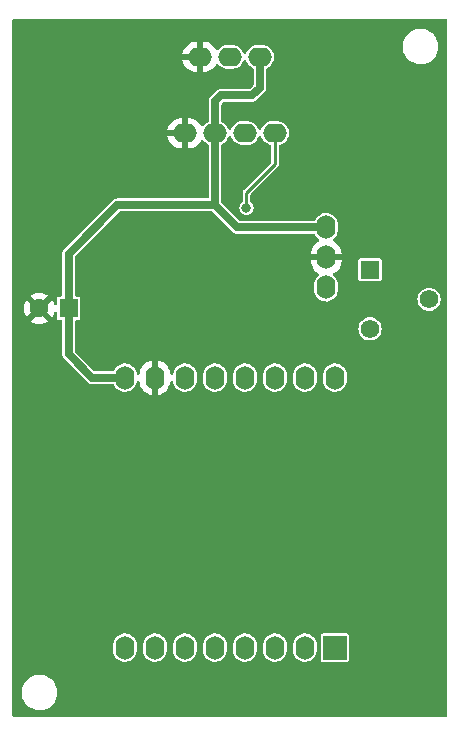
<source format=gbr>
%TF.GenerationSoftware,KiCad,Pcbnew,(6.0.4)*%
%TF.CreationDate,2022-08-05T18:27:13+05:30*%
%TF.ProjectId,led_web,6c65645f-7765-4622-9e6b-696361645f70,v1*%
%TF.SameCoordinates,Original*%
%TF.FileFunction,Copper,L2,Bot*%
%TF.FilePolarity,Positive*%
%FSLAX46Y46*%
G04 Gerber Fmt 4.6, Leading zero omitted, Abs format (unit mm)*
G04 Created by KiCad (PCBNEW (6.0.4)) date 2022-08-05 18:27:13*
%MOMM*%
%LPD*%
G01*
G04 APERTURE LIST*
%TA.AperFunction,ComponentPad*%
%ADD10O,2.000000X1.600000*%
%TD*%
%TA.AperFunction,ComponentPad*%
%ADD11R,1.600000X1.600000*%
%TD*%
%TA.AperFunction,ComponentPad*%
%ADD12C,1.600000*%
%TD*%
%TA.AperFunction,ComponentPad*%
%ADD13O,1.600000X2.000000*%
%TD*%
%TA.AperFunction,ComponentPad*%
%ADD14R,1.560000X1.560000*%
%TD*%
%TA.AperFunction,ComponentPad*%
%ADD15C,1.560000*%
%TD*%
%TA.AperFunction,ComponentPad*%
%ADD16R,2.000000X2.000000*%
%TD*%
%TA.AperFunction,ViaPad*%
%ADD17C,0.800000*%
%TD*%
%TA.AperFunction,Conductor*%
%ADD18C,0.683260*%
%TD*%
%TA.AperFunction,Conductor*%
%ADD19C,0.250000*%
%TD*%
G04 APERTURE END LIST*
D10*
%TO.P,U1,1,SDA*%
%TO.N,Net-(U1-Pad1)*%
X155448000Y-67206000D03*
%TO.P,U1,2,SCL*%
%TO.N,Net-(U1-Pad2)*%
X152908000Y-67206000D03*
%TO.P,U1,3,VCC*%
%TO.N,Net-(C1-Pad1)*%
X150368000Y-67206000D03*
%TO.P,U1,4,GND*%
%TO.N,GND*%
X147828000Y-67206000D03*
%TD*%
D11*
%TO.P,C1,1*%
%TO.N,Net-(C1-Pad1)*%
X137983000Y-82042000D03*
D12*
%TO.P,C1,2*%
%TO.N,GND*%
X135483000Y-82042000D03*
%TD*%
D10*
%TO.P,L1,1,VCC*%
%TO.N,Net-(C1-Pad1)*%
X154178000Y-60749400D03*
%TO.P,L1,2,DATA*%
%TO.N,Net-(L1-Pad2)*%
X151638000Y-60749400D03*
%TO.P,L1,3,GND*%
%TO.N,GND*%
X149098000Y-60749400D03*
%TD*%
D13*
%TO.P,U3,1,VCC*%
%TO.N,Net-(C1-Pad1)*%
X159784000Y-75184000D03*
%TO.P,U3,2,GND*%
%TO.N,GND*%
X159784000Y-77724000D03*
%TO.P,U3,3,OUT*%
%TO.N,Net-(RV1-Pad1)*%
X159784000Y-80264000D03*
%TD*%
D14*
%TO.P,RV1,1,1*%
%TO.N,Net-(RV1-Pad1)*%
X163495000Y-78780000D03*
D15*
%TO.P,RV1,2,2*%
%TO.N,Net-(RV1-Pad2)*%
X168495000Y-81280000D03*
%TO.P,RV1,3,3*%
%TO.N,unconnected-(RV1-Pad3)*%
X163495000Y-83780000D03*
%TD*%
D16*
%TO.P,U2,1,~{RST}*%
%TO.N,unconnected-(U2-Pad1)*%
X160528000Y-110767000D03*
D13*
%TO.P,U2,2,A0*%
%TO.N,Net-(RV1-Pad2)*%
X157988000Y-110767000D03*
%TO.P,U2,3,D0*%
%TO.N,unconnected-(U2-Pad3)*%
X155448000Y-110767000D03*
%TO.P,U2,4,SCK/D5*%
%TO.N,unconnected-(U2-Pad4)*%
X152908000Y-110767000D03*
%TO.P,U2,5,MISO/D6*%
%TO.N,unconnected-(U2-Pad5)*%
X150368000Y-110767000D03*
%TO.P,U2,6,MOSI/D7*%
%TO.N,unconnected-(U2-Pad6)*%
X147828000Y-110767000D03*
%TO.P,U2,7,CS/D8*%
%TO.N,unconnected-(U2-Pad7)*%
X145288000Y-110767000D03*
%TO.P,U2,8,3V3*%
%TO.N,unconnected-(U2-Pad8)*%
X142748000Y-110767000D03*
%TO.P,U2,9,5V*%
%TO.N,Net-(C1-Pad1)*%
X142748000Y-87907000D03*
%TO.P,U2,10,GND*%
%TO.N,GND*%
X145288000Y-87907000D03*
%TO.P,U2,11,D4*%
%TO.N,unconnected-(U2-Pad11)*%
X147828000Y-87907000D03*
%TO.P,U2,12,D3*%
%TO.N,unconnected-(U2-Pad12)*%
X150368000Y-87907000D03*
%TO.P,U2,13,SDA/D2*%
%TO.N,Net-(U1-Pad1)*%
X152908000Y-87907000D03*
%TO.P,U2,14,SCL/D1*%
%TO.N,Net-(U1-Pad2)*%
X155448000Y-87907000D03*
%TO.P,U2,15,RX*%
%TO.N,Net-(L1-Pad2)*%
X157988000Y-87907000D03*
%TO.P,U2,16,TX*%
%TO.N,unconnected-(U2-Pad16)*%
X160528000Y-87907000D03*
%TD*%
D17*
%TO.N,Net-(U1-Pad1)*%
X153035000Y-73533000D03*
%TD*%
D18*
%TO.N,Net-(C1-Pad1)*%
X150368000Y-67206000D02*
X150368000Y-64516000D01*
X159784000Y-75184000D02*
X152273000Y-75184000D01*
X152273000Y-75184000D02*
X150368000Y-73279000D01*
X139977000Y-87907000D02*
X137983000Y-85913000D01*
X150368000Y-73279000D02*
X150368000Y-67206000D01*
X154178000Y-63373000D02*
X154178000Y-60749400D01*
X150876000Y-64008000D02*
X153543000Y-64008000D01*
X153543000Y-64008000D02*
X154178000Y-63373000D01*
X137983000Y-85913000D02*
X137983000Y-82042000D01*
X150368000Y-64516000D02*
X150876000Y-64008000D01*
X137983000Y-82042000D02*
X137983000Y-77409000D01*
X142113000Y-73279000D02*
X150368000Y-73279000D01*
X137983000Y-77409000D02*
X142113000Y-73279000D01*
X142748000Y-87907000D02*
X139977000Y-87907000D01*
D19*
%TO.N,Net-(U1-Pad1)*%
X153035000Y-72263000D02*
X153035000Y-73533000D01*
X155448000Y-67206000D02*
X155448000Y-69850000D01*
X155448000Y-69850000D02*
X153035000Y-72263000D01*
%TD*%
%TA.AperFunction,Conductor*%
%TO.N,GND*%
G36*
X169994121Y-57552002D02*
G01*
X170040614Y-57605658D01*
X170052000Y-57658000D01*
X170052000Y-116515007D01*
X170031998Y-116583128D01*
X169978342Y-116629621D01*
X169926000Y-116641007D01*
X133350000Y-116641007D01*
X133281879Y-116621005D01*
X133235386Y-116567349D01*
X133224000Y-116515007D01*
X133224000Y-114517202D01*
X134003306Y-114517202D01*
X134003316Y-114517376D01*
X134017514Y-114763615D01*
X134018651Y-114768661D01*
X134018652Y-114768667D01*
X134040848Y-114867157D01*
X134071777Y-115004398D01*
X134164637Y-115233087D01*
X134293602Y-115443537D01*
X134455206Y-115630099D01*
X134645111Y-115787761D01*
X134858217Y-115912290D01*
X135088799Y-116000341D01*
X135093865Y-116001372D01*
X135093866Y-116001372D01*
X135186622Y-116020243D01*
X135330667Y-116049549D01*
X135469417Y-116054637D01*
X135572159Y-116058405D01*
X135572163Y-116058405D01*
X135577323Y-116058594D01*
X135582443Y-116057938D01*
X135582445Y-116057938D01*
X135703305Y-116042455D01*
X135822145Y-116027231D01*
X135827093Y-116025746D01*
X135827100Y-116025745D01*
X136053607Y-115957789D01*
X136053606Y-115957789D01*
X136058557Y-115956304D01*
X136280210Y-115847717D01*
X136284415Y-115844717D01*
X136284421Y-115844714D01*
X136476948Y-115707386D01*
X136476950Y-115707384D01*
X136481152Y-115704387D01*
X136655986Y-115530162D01*
X136800017Y-115329722D01*
X136909377Y-115108449D01*
X136942522Y-114999356D01*
X136979625Y-114877238D01*
X136979626Y-114877232D01*
X136981129Y-114872286D01*
X137013346Y-114627575D01*
X137015144Y-114554000D01*
X136994920Y-114308008D01*
X136934790Y-114068621D01*
X136836370Y-113842271D01*
X136702302Y-113635034D01*
X136680114Y-113610649D01*
X136539666Y-113456298D01*
X136539664Y-113456296D01*
X136536188Y-113452476D01*
X136532137Y-113449277D01*
X136532133Y-113449273D01*
X136346545Y-113302706D01*
X136342487Y-113299501D01*
X136126403Y-113180216D01*
X135913243Y-113104732D01*
X135898607Y-113099549D01*
X135898605Y-113099548D01*
X135893738Y-113097825D01*
X135772240Y-113076183D01*
X135655829Y-113055446D01*
X135655825Y-113055446D01*
X135650741Y-113054540D01*
X135571359Y-113053570D01*
X135409107Y-113051588D01*
X135409105Y-113051588D01*
X135403937Y-113051525D01*
X135159954Y-113088859D01*
X134925346Y-113165541D01*
X134706412Y-113279511D01*
X134702279Y-113282614D01*
X134702276Y-113282616D01*
X134675519Y-113302706D01*
X134509032Y-113427708D01*
X134338506Y-113606153D01*
X134199415Y-113810052D01*
X134197239Y-113814741D01*
X134197235Y-113814747D01*
X134097671Y-114029240D01*
X134095494Y-114033931D01*
X134094114Y-114038909D01*
X134094112Y-114038913D01*
X134049088Y-114201266D01*
X134029534Y-114271777D01*
X134003306Y-114517202D01*
X133224000Y-114517202D01*
X133224000Y-111017800D01*
X141747500Y-111017800D01*
X141762880Y-111169216D01*
X141823662Y-111363172D01*
X141922203Y-111540944D01*
X142054477Y-111695271D01*
X142215081Y-111819848D01*
X142397455Y-111909587D01*
X142403633Y-111911196D01*
X142403635Y-111911197D01*
X142587966Y-111959212D01*
X142587969Y-111959212D01*
X142594148Y-111960822D01*
X142675328Y-111965076D01*
X142790744Y-111971125D01*
X142790748Y-111971125D01*
X142797126Y-111971459D01*
X142998097Y-111941065D01*
X143188852Y-111870881D01*
X143194273Y-111867520D01*
X143356176Y-111767137D01*
X143356180Y-111767134D01*
X143361599Y-111763774D01*
X143509280Y-111624119D01*
X143625863Y-111457621D01*
X143706586Y-111271081D01*
X143748151Y-111072120D01*
X143748500Y-111065461D01*
X143748500Y-111017800D01*
X144287500Y-111017800D01*
X144302880Y-111169216D01*
X144363662Y-111363172D01*
X144462203Y-111540944D01*
X144594477Y-111695271D01*
X144755081Y-111819848D01*
X144937455Y-111909587D01*
X144943633Y-111911196D01*
X144943635Y-111911197D01*
X145127966Y-111959212D01*
X145127969Y-111959212D01*
X145134148Y-111960822D01*
X145215328Y-111965076D01*
X145330744Y-111971125D01*
X145330748Y-111971125D01*
X145337126Y-111971459D01*
X145538097Y-111941065D01*
X145728852Y-111870881D01*
X145734273Y-111867520D01*
X145896176Y-111767137D01*
X145896180Y-111767134D01*
X145901599Y-111763774D01*
X146049280Y-111624119D01*
X146165863Y-111457621D01*
X146246586Y-111271081D01*
X146288151Y-111072120D01*
X146288500Y-111065461D01*
X146288500Y-111017800D01*
X146827500Y-111017800D01*
X146842880Y-111169216D01*
X146903662Y-111363172D01*
X147002203Y-111540944D01*
X147134477Y-111695271D01*
X147295081Y-111819848D01*
X147477455Y-111909587D01*
X147483633Y-111911196D01*
X147483635Y-111911197D01*
X147667966Y-111959212D01*
X147667969Y-111959212D01*
X147674148Y-111960822D01*
X147755328Y-111965076D01*
X147870744Y-111971125D01*
X147870748Y-111971125D01*
X147877126Y-111971459D01*
X148078097Y-111941065D01*
X148268852Y-111870881D01*
X148274273Y-111867520D01*
X148436176Y-111767137D01*
X148436180Y-111767134D01*
X148441599Y-111763774D01*
X148589280Y-111624119D01*
X148705863Y-111457621D01*
X148786586Y-111271081D01*
X148828151Y-111072120D01*
X148828500Y-111065461D01*
X148828500Y-111017800D01*
X149367500Y-111017800D01*
X149382880Y-111169216D01*
X149443662Y-111363172D01*
X149542203Y-111540944D01*
X149674477Y-111695271D01*
X149835081Y-111819848D01*
X150017455Y-111909587D01*
X150023633Y-111911196D01*
X150023635Y-111911197D01*
X150207966Y-111959212D01*
X150207969Y-111959212D01*
X150214148Y-111960822D01*
X150295328Y-111965076D01*
X150410744Y-111971125D01*
X150410748Y-111971125D01*
X150417126Y-111971459D01*
X150618097Y-111941065D01*
X150808852Y-111870881D01*
X150814273Y-111867520D01*
X150976176Y-111767137D01*
X150976180Y-111767134D01*
X150981599Y-111763774D01*
X151129280Y-111624119D01*
X151245863Y-111457621D01*
X151326586Y-111271081D01*
X151368151Y-111072120D01*
X151368500Y-111065461D01*
X151368500Y-111017800D01*
X151907500Y-111017800D01*
X151922880Y-111169216D01*
X151983662Y-111363172D01*
X152082203Y-111540944D01*
X152214477Y-111695271D01*
X152375081Y-111819848D01*
X152557455Y-111909587D01*
X152563633Y-111911196D01*
X152563635Y-111911197D01*
X152747966Y-111959212D01*
X152747969Y-111959212D01*
X152754148Y-111960822D01*
X152835328Y-111965076D01*
X152950744Y-111971125D01*
X152950748Y-111971125D01*
X152957126Y-111971459D01*
X153158097Y-111941065D01*
X153348852Y-111870881D01*
X153354273Y-111867520D01*
X153516176Y-111767137D01*
X153516180Y-111767134D01*
X153521599Y-111763774D01*
X153669280Y-111624119D01*
X153785863Y-111457621D01*
X153866586Y-111271081D01*
X153908151Y-111072120D01*
X153908500Y-111065461D01*
X153908500Y-111017800D01*
X154447500Y-111017800D01*
X154462880Y-111169216D01*
X154523662Y-111363172D01*
X154622203Y-111540944D01*
X154754477Y-111695271D01*
X154915081Y-111819848D01*
X155097455Y-111909587D01*
X155103633Y-111911196D01*
X155103635Y-111911197D01*
X155287966Y-111959212D01*
X155287969Y-111959212D01*
X155294148Y-111960822D01*
X155375328Y-111965076D01*
X155490744Y-111971125D01*
X155490748Y-111971125D01*
X155497126Y-111971459D01*
X155698097Y-111941065D01*
X155888852Y-111870881D01*
X155894273Y-111867520D01*
X156056176Y-111767137D01*
X156056180Y-111767134D01*
X156061599Y-111763774D01*
X156209280Y-111624119D01*
X156325863Y-111457621D01*
X156406586Y-111271081D01*
X156448151Y-111072120D01*
X156448500Y-111065461D01*
X156448500Y-111017800D01*
X156987500Y-111017800D01*
X157002880Y-111169216D01*
X157063662Y-111363172D01*
X157162203Y-111540944D01*
X157294477Y-111695271D01*
X157455081Y-111819848D01*
X157637455Y-111909587D01*
X157643633Y-111911196D01*
X157643635Y-111911197D01*
X157827966Y-111959212D01*
X157827969Y-111959212D01*
X157834148Y-111960822D01*
X157915328Y-111965076D01*
X158030744Y-111971125D01*
X158030748Y-111971125D01*
X158037126Y-111971459D01*
X158238097Y-111941065D01*
X158428852Y-111870881D01*
X158434273Y-111867520D01*
X158564546Y-111786748D01*
X159327500Y-111786748D01*
X159339133Y-111845231D01*
X159383448Y-111911552D01*
X159449769Y-111955867D01*
X159461938Y-111958288D01*
X159461939Y-111958288D01*
X159502184Y-111966293D01*
X159508252Y-111967500D01*
X161547748Y-111967500D01*
X161553816Y-111966293D01*
X161594061Y-111958288D01*
X161594062Y-111958288D01*
X161606231Y-111955867D01*
X161672552Y-111911552D01*
X161716867Y-111845231D01*
X161728500Y-111786748D01*
X161728500Y-109747252D01*
X161716867Y-109688769D01*
X161672552Y-109622448D01*
X161606231Y-109578133D01*
X161594062Y-109575712D01*
X161594061Y-109575712D01*
X161553816Y-109567707D01*
X161547748Y-109566500D01*
X159508252Y-109566500D01*
X159502184Y-109567707D01*
X159461939Y-109575712D01*
X159461938Y-109575712D01*
X159449769Y-109578133D01*
X159383448Y-109622448D01*
X159339133Y-109688769D01*
X159327500Y-109747252D01*
X159327500Y-111786748D01*
X158564546Y-111786748D01*
X158596176Y-111767137D01*
X158596180Y-111767134D01*
X158601599Y-111763774D01*
X158749280Y-111624119D01*
X158865863Y-111457621D01*
X158946586Y-111271081D01*
X158988151Y-111072120D01*
X158988500Y-111065461D01*
X158988500Y-110516200D01*
X158973120Y-110364784D01*
X158912338Y-110170828D01*
X158813797Y-109993056D01*
X158681523Y-109838729D01*
X158520919Y-109714152D01*
X158338545Y-109624413D01*
X158332367Y-109622804D01*
X158332365Y-109622803D01*
X158148034Y-109574788D01*
X158148031Y-109574788D01*
X158141852Y-109573178D01*
X158060672Y-109568924D01*
X157945256Y-109562875D01*
X157945252Y-109562875D01*
X157938874Y-109562541D01*
X157737903Y-109592935D01*
X157547148Y-109663119D01*
X157541728Y-109666479D01*
X157541727Y-109666480D01*
X157379824Y-109766863D01*
X157379820Y-109766866D01*
X157374401Y-109770226D01*
X157226720Y-109909881D01*
X157110137Y-110076379D01*
X157029414Y-110262919D01*
X156987849Y-110461880D01*
X156987500Y-110468539D01*
X156987500Y-111017800D01*
X156448500Y-111017800D01*
X156448500Y-110516200D01*
X156433120Y-110364784D01*
X156372338Y-110170828D01*
X156273797Y-109993056D01*
X156141523Y-109838729D01*
X155980919Y-109714152D01*
X155798545Y-109624413D01*
X155792367Y-109622804D01*
X155792365Y-109622803D01*
X155608034Y-109574788D01*
X155608031Y-109574788D01*
X155601852Y-109573178D01*
X155520672Y-109568924D01*
X155405256Y-109562875D01*
X155405252Y-109562875D01*
X155398874Y-109562541D01*
X155197903Y-109592935D01*
X155007148Y-109663119D01*
X155001728Y-109666479D01*
X155001727Y-109666480D01*
X154839824Y-109766863D01*
X154839820Y-109766866D01*
X154834401Y-109770226D01*
X154686720Y-109909881D01*
X154570137Y-110076379D01*
X154489414Y-110262919D01*
X154447849Y-110461880D01*
X154447500Y-110468539D01*
X154447500Y-111017800D01*
X153908500Y-111017800D01*
X153908500Y-110516200D01*
X153893120Y-110364784D01*
X153832338Y-110170828D01*
X153733797Y-109993056D01*
X153601523Y-109838729D01*
X153440919Y-109714152D01*
X153258545Y-109624413D01*
X153252367Y-109622804D01*
X153252365Y-109622803D01*
X153068034Y-109574788D01*
X153068031Y-109574788D01*
X153061852Y-109573178D01*
X152980672Y-109568924D01*
X152865256Y-109562875D01*
X152865252Y-109562875D01*
X152858874Y-109562541D01*
X152657903Y-109592935D01*
X152467148Y-109663119D01*
X152461728Y-109666479D01*
X152461727Y-109666480D01*
X152299824Y-109766863D01*
X152299820Y-109766866D01*
X152294401Y-109770226D01*
X152146720Y-109909881D01*
X152030137Y-110076379D01*
X151949414Y-110262919D01*
X151907849Y-110461880D01*
X151907500Y-110468539D01*
X151907500Y-111017800D01*
X151368500Y-111017800D01*
X151368500Y-110516200D01*
X151353120Y-110364784D01*
X151292338Y-110170828D01*
X151193797Y-109993056D01*
X151061523Y-109838729D01*
X150900919Y-109714152D01*
X150718545Y-109624413D01*
X150712367Y-109622804D01*
X150712365Y-109622803D01*
X150528034Y-109574788D01*
X150528031Y-109574788D01*
X150521852Y-109573178D01*
X150440672Y-109568924D01*
X150325256Y-109562875D01*
X150325252Y-109562875D01*
X150318874Y-109562541D01*
X150117903Y-109592935D01*
X149927148Y-109663119D01*
X149921728Y-109666479D01*
X149921727Y-109666480D01*
X149759824Y-109766863D01*
X149759820Y-109766866D01*
X149754401Y-109770226D01*
X149606720Y-109909881D01*
X149490137Y-110076379D01*
X149409414Y-110262919D01*
X149367849Y-110461880D01*
X149367500Y-110468539D01*
X149367500Y-111017800D01*
X148828500Y-111017800D01*
X148828500Y-110516200D01*
X148813120Y-110364784D01*
X148752338Y-110170828D01*
X148653797Y-109993056D01*
X148521523Y-109838729D01*
X148360919Y-109714152D01*
X148178545Y-109624413D01*
X148172367Y-109622804D01*
X148172365Y-109622803D01*
X147988034Y-109574788D01*
X147988031Y-109574788D01*
X147981852Y-109573178D01*
X147900672Y-109568924D01*
X147785256Y-109562875D01*
X147785252Y-109562875D01*
X147778874Y-109562541D01*
X147577903Y-109592935D01*
X147387148Y-109663119D01*
X147381728Y-109666479D01*
X147381727Y-109666480D01*
X147219824Y-109766863D01*
X147219820Y-109766866D01*
X147214401Y-109770226D01*
X147066720Y-109909881D01*
X146950137Y-110076379D01*
X146869414Y-110262919D01*
X146827849Y-110461880D01*
X146827500Y-110468539D01*
X146827500Y-111017800D01*
X146288500Y-111017800D01*
X146288500Y-110516200D01*
X146273120Y-110364784D01*
X146212338Y-110170828D01*
X146113797Y-109993056D01*
X145981523Y-109838729D01*
X145820919Y-109714152D01*
X145638545Y-109624413D01*
X145632367Y-109622804D01*
X145632365Y-109622803D01*
X145448034Y-109574788D01*
X145448031Y-109574788D01*
X145441852Y-109573178D01*
X145360672Y-109568924D01*
X145245256Y-109562875D01*
X145245252Y-109562875D01*
X145238874Y-109562541D01*
X145037903Y-109592935D01*
X144847148Y-109663119D01*
X144841728Y-109666479D01*
X144841727Y-109666480D01*
X144679824Y-109766863D01*
X144679820Y-109766866D01*
X144674401Y-109770226D01*
X144526720Y-109909881D01*
X144410137Y-110076379D01*
X144329414Y-110262919D01*
X144287849Y-110461880D01*
X144287500Y-110468539D01*
X144287500Y-111017800D01*
X143748500Y-111017800D01*
X143748500Y-110516200D01*
X143733120Y-110364784D01*
X143672338Y-110170828D01*
X143573797Y-109993056D01*
X143441523Y-109838729D01*
X143280919Y-109714152D01*
X143098545Y-109624413D01*
X143092367Y-109622804D01*
X143092365Y-109622803D01*
X142908034Y-109574788D01*
X142908031Y-109574788D01*
X142901852Y-109573178D01*
X142820672Y-109568924D01*
X142705256Y-109562875D01*
X142705252Y-109562875D01*
X142698874Y-109562541D01*
X142497903Y-109592935D01*
X142307148Y-109663119D01*
X142301728Y-109666479D01*
X142301727Y-109666480D01*
X142139824Y-109766863D01*
X142139820Y-109766866D01*
X142134401Y-109770226D01*
X141986720Y-109909881D01*
X141870137Y-110076379D01*
X141789414Y-110262919D01*
X141747849Y-110461880D01*
X141747500Y-110468539D01*
X141747500Y-111017800D01*
X133224000Y-111017800D01*
X133224000Y-83128062D01*
X134761493Y-83128062D01*
X134770789Y-83140077D01*
X134821994Y-83175931D01*
X134831489Y-83181414D01*
X135028947Y-83273490D01*
X135039239Y-83277236D01*
X135249688Y-83333625D01*
X135260481Y-83335528D01*
X135477525Y-83354517D01*
X135488475Y-83354517D01*
X135705519Y-83335528D01*
X135716312Y-83333625D01*
X135926761Y-83277236D01*
X135937053Y-83273490D01*
X136134511Y-83181414D01*
X136144006Y-83175931D01*
X136196048Y-83139491D01*
X136204424Y-83129012D01*
X136197356Y-83115566D01*
X135495812Y-82414022D01*
X135481868Y-82406408D01*
X135480035Y-82406539D01*
X135473420Y-82410790D01*
X134767923Y-83116287D01*
X134761493Y-83128062D01*
X133224000Y-83128062D01*
X133224000Y-82047475D01*
X134170483Y-82047475D01*
X134189472Y-82264519D01*
X134191375Y-82275312D01*
X134247764Y-82485761D01*
X134251510Y-82496053D01*
X134343586Y-82693511D01*
X134349069Y-82703006D01*
X134385509Y-82755048D01*
X134395988Y-82763424D01*
X134409434Y-82756356D01*
X135110978Y-82054812D01*
X135117356Y-82043132D01*
X135847408Y-82043132D01*
X135847539Y-82044965D01*
X135851790Y-82051580D01*
X136557287Y-82757077D01*
X136569062Y-82763507D01*
X136581077Y-82754211D01*
X136616931Y-82703006D01*
X136622414Y-82693511D01*
X136714490Y-82496053D01*
X136718236Y-82485761D01*
X136734793Y-82423969D01*
X136771745Y-82363346D01*
X136835606Y-82332325D01*
X136906100Y-82340753D01*
X136960847Y-82385956D01*
X136982500Y-82456580D01*
X136982500Y-82861748D01*
X136994133Y-82920231D01*
X137038448Y-82986552D01*
X137104769Y-83030867D01*
X137116938Y-83033288D01*
X137116939Y-83033288D01*
X137157184Y-83041293D01*
X137163252Y-83042500D01*
X137314870Y-83042500D01*
X137382991Y-83062502D01*
X137429484Y-83116158D01*
X137440870Y-83168500D01*
X137440870Y-85898200D01*
X137440759Y-85903477D01*
X137438201Y-85964499D01*
X137440163Y-85972863D01*
X137447966Y-86006133D01*
X137450129Y-86017805D01*
X137455931Y-86060160D01*
X137459338Y-86068034D01*
X137459340Y-86068040D01*
X137461746Y-86073599D01*
X137468777Y-86094859D01*
X137472120Y-86109109D01*
X137492724Y-86146588D01*
X137497939Y-86157234D01*
X137511510Y-86188595D01*
X137511512Y-86188599D01*
X137514922Y-86196478D01*
X137520328Y-86203154D01*
X137524128Y-86207847D01*
X137536621Y-86226438D01*
X137543676Y-86239270D01*
X137550573Y-86247261D01*
X137574664Y-86271352D01*
X137583490Y-86281153D01*
X137602992Y-86305237D01*
X137602994Y-86305239D01*
X137608397Y-86311911D01*
X137615395Y-86316884D01*
X137615400Y-86316889D01*
X137623368Y-86322551D01*
X137639474Y-86336162D01*
X139583158Y-88279845D01*
X139586812Y-88283654D01*
X139628184Y-88328646D01*
X139635483Y-88333172D01*
X139635486Y-88333174D01*
X139664529Y-88351181D01*
X139674299Y-88357895D01*
X139708364Y-88383752D01*
X139721974Y-88389140D01*
X139741983Y-88399204D01*
X139747124Y-88402392D01*
X139747127Y-88402393D01*
X139754423Y-88406917D01*
X139795493Y-88418849D01*
X139806721Y-88422694D01*
X139838481Y-88435268D01*
X139846468Y-88438430D01*
X139855008Y-88439328D01*
X139855013Y-88439329D01*
X139861022Y-88439961D01*
X139882994Y-88444271D01*
X139897059Y-88448357D01*
X139907586Y-88449130D01*
X139941659Y-88449130D01*
X139954828Y-88449820D01*
X139994188Y-88453957D01*
X140002654Y-88452525D01*
X140002657Y-88452525D01*
X140012299Y-88450894D01*
X140033311Y-88449130D01*
X141719486Y-88449130D01*
X141787607Y-88469132D01*
X141829688Y-88514044D01*
X141922203Y-88680944D01*
X142054477Y-88835271D01*
X142215081Y-88959848D01*
X142397455Y-89049587D01*
X142403633Y-89051196D01*
X142403635Y-89051197D01*
X142587966Y-89099212D01*
X142587969Y-89099212D01*
X142594148Y-89100822D01*
X142675328Y-89105076D01*
X142790744Y-89111125D01*
X142790748Y-89111125D01*
X142797126Y-89111459D01*
X142998097Y-89081065D01*
X143188852Y-89010881D01*
X143194273Y-89007520D01*
X143356176Y-88907137D01*
X143356180Y-88907134D01*
X143361599Y-88903774D01*
X143509280Y-88764119D01*
X143625863Y-88597621D01*
X143706586Y-88411081D01*
X143740035Y-88250969D01*
X143773544Y-88188378D01*
X143835574Y-88153840D01*
X143906429Y-88158320D01*
X143963614Y-88200396D01*
X143988893Y-88265754D01*
X143994472Y-88329520D01*
X143996375Y-88340312D01*
X144052764Y-88550761D01*
X144056510Y-88561053D01*
X144148586Y-88758511D01*
X144154069Y-88768007D01*
X144279028Y-88946467D01*
X144286084Y-88954875D01*
X144440125Y-89108916D01*
X144448533Y-89115972D01*
X144626993Y-89240931D01*
X144636489Y-89246414D01*
X144833947Y-89338490D01*
X144844239Y-89342236D01*
X145016503Y-89388394D01*
X145030599Y-89388058D01*
X145034000Y-89380116D01*
X145034000Y-89374967D01*
X145542000Y-89374967D01*
X145545973Y-89388498D01*
X145554522Y-89389727D01*
X145731761Y-89342236D01*
X145742053Y-89338490D01*
X145939511Y-89246414D01*
X145949007Y-89240931D01*
X146127467Y-89115972D01*
X146135875Y-89108916D01*
X146289916Y-88954875D01*
X146296972Y-88946467D01*
X146421931Y-88768007D01*
X146427414Y-88758511D01*
X146519490Y-88561053D01*
X146523236Y-88550761D01*
X146579625Y-88340312D01*
X146581528Y-88329520D01*
X146587248Y-88264143D01*
X146613112Y-88198025D01*
X146670615Y-88156386D01*
X146741502Y-88152445D01*
X146803267Y-88187454D01*
X146836299Y-88250299D01*
X146838124Y-88262390D01*
X146842880Y-88309216D01*
X146903662Y-88503172D01*
X147002203Y-88680944D01*
X147134477Y-88835271D01*
X147295081Y-88959848D01*
X147477455Y-89049587D01*
X147483633Y-89051196D01*
X147483635Y-89051197D01*
X147667966Y-89099212D01*
X147667969Y-89099212D01*
X147674148Y-89100822D01*
X147755328Y-89105076D01*
X147870744Y-89111125D01*
X147870748Y-89111125D01*
X147877126Y-89111459D01*
X148078097Y-89081065D01*
X148268852Y-89010881D01*
X148274273Y-89007520D01*
X148436176Y-88907137D01*
X148436180Y-88907134D01*
X148441599Y-88903774D01*
X148589280Y-88764119D01*
X148705863Y-88597621D01*
X148786586Y-88411081D01*
X148814003Y-88279845D01*
X148827162Y-88216856D01*
X148827163Y-88216851D01*
X148828151Y-88212120D01*
X148828500Y-88205461D01*
X148828500Y-88157800D01*
X149367500Y-88157800D01*
X149367823Y-88160979D01*
X149380284Y-88283654D01*
X149382880Y-88309216D01*
X149443662Y-88503172D01*
X149542203Y-88680944D01*
X149674477Y-88835271D01*
X149835081Y-88959848D01*
X150017455Y-89049587D01*
X150023633Y-89051196D01*
X150023635Y-89051197D01*
X150207966Y-89099212D01*
X150207969Y-89099212D01*
X150214148Y-89100822D01*
X150295328Y-89105076D01*
X150410744Y-89111125D01*
X150410748Y-89111125D01*
X150417126Y-89111459D01*
X150618097Y-89081065D01*
X150808852Y-89010881D01*
X150814273Y-89007520D01*
X150976176Y-88907137D01*
X150976180Y-88907134D01*
X150981599Y-88903774D01*
X151129280Y-88764119D01*
X151245863Y-88597621D01*
X151326586Y-88411081D01*
X151354003Y-88279845D01*
X151367162Y-88216856D01*
X151367163Y-88216851D01*
X151368151Y-88212120D01*
X151368500Y-88205461D01*
X151368500Y-88157800D01*
X151907500Y-88157800D01*
X151907823Y-88160979D01*
X151920284Y-88283654D01*
X151922880Y-88309216D01*
X151983662Y-88503172D01*
X152082203Y-88680944D01*
X152214477Y-88835271D01*
X152375081Y-88959848D01*
X152557455Y-89049587D01*
X152563633Y-89051196D01*
X152563635Y-89051197D01*
X152747966Y-89099212D01*
X152747969Y-89099212D01*
X152754148Y-89100822D01*
X152835328Y-89105076D01*
X152950744Y-89111125D01*
X152950748Y-89111125D01*
X152957126Y-89111459D01*
X153158097Y-89081065D01*
X153348852Y-89010881D01*
X153354273Y-89007520D01*
X153516176Y-88907137D01*
X153516180Y-88907134D01*
X153521599Y-88903774D01*
X153669280Y-88764119D01*
X153785863Y-88597621D01*
X153866586Y-88411081D01*
X153894003Y-88279845D01*
X153907162Y-88216856D01*
X153907163Y-88216851D01*
X153908151Y-88212120D01*
X153908500Y-88205461D01*
X153908500Y-88157800D01*
X154447500Y-88157800D01*
X154447823Y-88160979D01*
X154460284Y-88283654D01*
X154462880Y-88309216D01*
X154523662Y-88503172D01*
X154622203Y-88680944D01*
X154754477Y-88835271D01*
X154915081Y-88959848D01*
X155097455Y-89049587D01*
X155103633Y-89051196D01*
X155103635Y-89051197D01*
X155287966Y-89099212D01*
X155287969Y-89099212D01*
X155294148Y-89100822D01*
X155375328Y-89105076D01*
X155490744Y-89111125D01*
X155490748Y-89111125D01*
X155497126Y-89111459D01*
X155698097Y-89081065D01*
X155888852Y-89010881D01*
X155894273Y-89007520D01*
X156056176Y-88907137D01*
X156056180Y-88907134D01*
X156061599Y-88903774D01*
X156209280Y-88764119D01*
X156325863Y-88597621D01*
X156406586Y-88411081D01*
X156434003Y-88279845D01*
X156447162Y-88216856D01*
X156447163Y-88216851D01*
X156448151Y-88212120D01*
X156448500Y-88205461D01*
X156448500Y-88157800D01*
X156987500Y-88157800D01*
X156987823Y-88160979D01*
X157000284Y-88283654D01*
X157002880Y-88309216D01*
X157063662Y-88503172D01*
X157162203Y-88680944D01*
X157294477Y-88835271D01*
X157455081Y-88959848D01*
X157637455Y-89049587D01*
X157643633Y-89051196D01*
X157643635Y-89051197D01*
X157827966Y-89099212D01*
X157827969Y-89099212D01*
X157834148Y-89100822D01*
X157915328Y-89105076D01*
X158030744Y-89111125D01*
X158030748Y-89111125D01*
X158037126Y-89111459D01*
X158238097Y-89081065D01*
X158428852Y-89010881D01*
X158434273Y-89007520D01*
X158596176Y-88907137D01*
X158596180Y-88907134D01*
X158601599Y-88903774D01*
X158749280Y-88764119D01*
X158865863Y-88597621D01*
X158946586Y-88411081D01*
X158974003Y-88279845D01*
X158987162Y-88216856D01*
X158987163Y-88216851D01*
X158988151Y-88212120D01*
X158988500Y-88205461D01*
X158988500Y-88157800D01*
X159527500Y-88157800D01*
X159527823Y-88160979D01*
X159540284Y-88283654D01*
X159542880Y-88309216D01*
X159603662Y-88503172D01*
X159702203Y-88680944D01*
X159834477Y-88835271D01*
X159995081Y-88959848D01*
X160177455Y-89049587D01*
X160183633Y-89051196D01*
X160183635Y-89051197D01*
X160367966Y-89099212D01*
X160367969Y-89099212D01*
X160374148Y-89100822D01*
X160455328Y-89105076D01*
X160570744Y-89111125D01*
X160570748Y-89111125D01*
X160577126Y-89111459D01*
X160778097Y-89081065D01*
X160968852Y-89010881D01*
X160974273Y-89007520D01*
X161136176Y-88907137D01*
X161136180Y-88907134D01*
X161141599Y-88903774D01*
X161289280Y-88764119D01*
X161405863Y-88597621D01*
X161486586Y-88411081D01*
X161514003Y-88279845D01*
X161527162Y-88216856D01*
X161527163Y-88216851D01*
X161528151Y-88212120D01*
X161528500Y-88205461D01*
X161528500Y-87656200D01*
X161522501Y-87597144D01*
X161513765Y-87511132D01*
X161513765Y-87511130D01*
X161513120Y-87504784D01*
X161452338Y-87310828D01*
X161353797Y-87133056D01*
X161221523Y-86978729D01*
X161060919Y-86854152D01*
X160878545Y-86764413D01*
X160872367Y-86762804D01*
X160872365Y-86762803D01*
X160688034Y-86714788D01*
X160688031Y-86714788D01*
X160681852Y-86713178D01*
X160600672Y-86708924D01*
X160485256Y-86702875D01*
X160485252Y-86702875D01*
X160478874Y-86702541D01*
X160277903Y-86732935D01*
X160087148Y-86803119D01*
X160081728Y-86806479D01*
X160081727Y-86806480D01*
X159919824Y-86906863D01*
X159919820Y-86906866D01*
X159914401Y-86910226D01*
X159766720Y-87049881D01*
X159650137Y-87216379D01*
X159569414Y-87402919D01*
X159568108Y-87409171D01*
X159539054Y-87548246D01*
X159527849Y-87601880D01*
X159527500Y-87608539D01*
X159527500Y-88157800D01*
X158988500Y-88157800D01*
X158988500Y-87656200D01*
X158982501Y-87597144D01*
X158973765Y-87511132D01*
X158973765Y-87511130D01*
X158973120Y-87504784D01*
X158912338Y-87310828D01*
X158813797Y-87133056D01*
X158681523Y-86978729D01*
X158520919Y-86854152D01*
X158338545Y-86764413D01*
X158332367Y-86762804D01*
X158332365Y-86762803D01*
X158148034Y-86714788D01*
X158148031Y-86714788D01*
X158141852Y-86713178D01*
X158060672Y-86708924D01*
X157945256Y-86702875D01*
X157945252Y-86702875D01*
X157938874Y-86702541D01*
X157737903Y-86732935D01*
X157547148Y-86803119D01*
X157541728Y-86806479D01*
X157541727Y-86806480D01*
X157379824Y-86906863D01*
X157379820Y-86906866D01*
X157374401Y-86910226D01*
X157226720Y-87049881D01*
X157110137Y-87216379D01*
X157029414Y-87402919D01*
X157028108Y-87409171D01*
X156999054Y-87548246D01*
X156987849Y-87601880D01*
X156987500Y-87608539D01*
X156987500Y-88157800D01*
X156448500Y-88157800D01*
X156448500Y-87656200D01*
X156442501Y-87597144D01*
X156433765Y-87511132D01*
X156433765Y-87511130D01*
X156433120Y-87504784D01*
X156372338Y-87310828D01*
X156273797Y-87133056D01*
X156141523Y-86978729D01*
X155980919Y-86854152D01*
X155798545Y-86764413D01*
X155792367Y-86762804D01*
X155792365Y-86762803D01*
X155608034Y-86714788D01*
X155608031Y-86714788D01*
X155601852Y-86713178D01*
X155520672Y-86708924D01*
X155405256Y-86702875D01*
X155405252Y-86702875D01*
X155398874Y-86702541D01*
X155197903Y-86732935D01*
X155007148Y-86803119D01*
X155001728Y-86806479D01*
X155001727Y-86806480D01*
X154839824Y-86906863D01*
X154839820Y-86906866D01*
X154834401Y-86910226D01*
X154686720Y-87049881D01*
X154570137Y-87216379D01*
X154489414Y-87402919D01*
X154488108Y-87409171D01*
X154459054Y-87548246D01*
X154447849Y-87601880D01*
X154447500Y-87608539D01*
X154447500Y-88157800D01*
X153908500Y-88157800D01*
X153908500Y-87656200D01*
X153902501Y-87597144D01*
X153893765Y-87511132D01*
X153893765Y-87511130D01*
X153893120Y-87504784D01*
X153832338Y-87310828D01*
X153733797Y-87133056D01*
X153601523Y-86978729D01*
X153440919Y-86854152D01*
X153258545Y-86764413D01*
X153252367Y-86762804D01*
X153252365Y-86762803D01*
X153068034Y-86714788D01*
X153068031Y-86714788D01*
X153061852Y-86713178D01*
X152980672Y-86708924D01*
X152865256Y-86702875D01*
X152865252Y-86702875D01*
X152858874Y-86702541D01*
X152657903Y-86732935D01*
X152467148Y-86803119D01*
X152461728Y-86806479D01*
X152461727Y-86806480D01*
X152299824Y-86906863D01*
X152299820Y-86906866D01*
X152294401Y-86910226D01*
X152146720Y-87049881D01*
X152030137Y-87216379D01*
X151949414Y-87402919D01*
X151948108Y-87409171D01*
X151919054Y-87548246D01*
X151907849Y-87601880D01*
X151907500Y-87608539D01*
X151907500Y-88157800D01*
X151368500Y-88157800D01*
X151368500Y-87656200D01*
X151362501Y-87597144D01*
X151353765Y-87511132D01*
X151353765Y-87511130D01*
X151353120Y-87504784D01*
X151292338Y-87310828D01*
X151193797Y-87133056D01*
X151061523Y-86978729D01*
X150900919Y-86854152D01*
X150718545Y-86764413D01*
X150712367Y-86762804D01*
X150712365Y-86762803D01*
X150528034Y-86714788D01*
X150528031Y-86714788D01*
X150521852Y-86713178D01*
X150440672Y-86708924D01*
X150325256Y-86702875D01*
X150325252Y-86702875D01*
X150318874Y-86702541D01*
X150117903Y-86732935D01*
X149927148Y-86803119D01*
X149921728Y-86806479D01*
X149921727Y-86806480D01*
X149759824Y-86906863D01*
X149759820Y-86906866D01*
X149754401Y-86910226D01*
X149606720Y-87049881D01*
X149490137Y-87216379D01*
X149409414Y-87402919D01*
X149408108Y-87409171D01*
X149379054Y-87548246D01*
X149367849Y-87601880D01*
X149367500Y-87608539D01*
X149367500Y-88157800D01*
X148828500Y-88157800D01*
X148828500Y-87656200D01*
X148822501Y-87597144D01*
X148813765Y-87511132D01*
X148813765Y-87511130D01*
X148813120Y-87504784D01*
X148752338Y-87310828D01*
X148653797Y-87133056D01*
X148521523Y-86978729D01*
X148360919Y-86854152D01*
X148178545Y-86764413D01*
X148172367Y-86762804D01*
X148172365Y-86762803D01*
X147988034Y-86714788D01*
X147988031Y-86714788D01*
X147981852Y-86713178D01*
X147900672Y-86708924D01*
X147785256Y-86702875D01*
X147785252Y-86702875D01*
X147778874Y-86702541D01*
X147577903Y-86732935D01*
X147387148Y-86803119D01*
X147381728Y-86806479D01*
X147381727Y-86806480D01*
X147219824Y-86906863D01*
X147219820Y-86906866D01*
X147214401Y-86910226D01*
X147066720Y-87049881D01*
X146950137Y-87216379D01*
X146869414Y-87402919D01*
X146868108Y-87409171D01*
X146835965Y-87563031D01*
X146802456Y-87625622D01*
X146740426Y-87660160D01*
X146669571Y-87655680D01*
X146612386Y-87613604D01*
X146587107Y-87548246D01*
X146581528Y-87484480D01*
X146579625Y-87473688D01*
X146523236Y-87263239D01*
X146519490Y-87252947D01*
X146427414Y-87055489D01*
X146421931Y-87045993D01*
X146296972Y-86867533D01*
X146289916Y-86859125D01*
X146135875Y-86705084D01*
X146127467Y-86698028D01*
X145949007Y-86573069D01*
X145939511Y-86567586D01*
X145742053Y-86475510D01*
X145731761Y-86471764D01*
X145559497Y-86425606D01*
X145545401Y-86425942D01*
X145542000Y-86433884D01*
X145542000Y-89374967D01*
X145034000Y-89374967D01*
X145034000Y-86439033D01*
X145030027Y-86425502D01*
X145021478Y-86424273D01*
X144844239Y-86471764D01*
X144833947Y-86475510D01*
X144636489Y-86567586D01*
X144626993Y-86573069D01*
X144448533Y-86698028D01*
X144440125Y-86705084D01*
X144286084Y-86859125D01*
X144279028Y-86867533D01*
X144154069Y-87045993D01*
X144148586Y-87055489D01*
X144056510Y-87252947D01*
X144052764Y-87263239D01*
X143996375Y-87473688D01*
X143994472Y-87484480D01*
X143988752Y-87549857D01*
X143962888Y-87615975D01*
X143905385Y-87657614D01*
X143834498Y-87661555D01*
X143772733Y-87626546D01*
X143739701Y-87563701D01*
X143737876Y-87551608D01*
X143733765Y-87511132D01*
X143733765Y-87511130D01*
X143733120Y-87504784D01*
X143672338Y-87310828D01*
X143573797Y-87133056D01*
X143441523Y-86978729D01*
X143280919Y-86854152D01*
X143098545Y-86764413D01*
X143092367Y-86762804D01*
X143092365Y-86762803D01*
X142908034Y-86714788D01*
X142908031Y-86714788D01*
X142901852Y-86713178D01*
X142820672Y-86708924D01*
X142705256Y-86702875D01*
X142705252Y-86702875D01*
X142698874Y-86702541D01*
X142497903Y-86732935D01*
X142307148Y-86803119D01*
X142301728Y-86806479D01*
X142301727Y-86806480D01*
X142139824Y-86906863D01*
X142139820Y-86906866D01*
X142134401Y-86910226D01*
X141986720Y-87049881D01*
X141870137Y-87216379D01*
X141867602Y-87222238D01*
X141867600Y-87222241D01*
X141838750Y-87288910D01*
X141793340Y-87343485D01*
X141723113Y-87364870D01*
X140253748Y-87364870D01*
X140185627Y-87344868D01*
X140164653Y-87327965D01*
X138562035Y-85725348D01*
X138528010Y-85663036D01*
X138525130Y-85636253D01*
X138525130Y-83766244D01*
X162509852Y-83766244D01*
X162525942Y-83957855D01*
X162578943Y-84142693D01*
X162581762Y-84148178D01*
X162664019Y-84308233D01*
X162664022Y-84308238D01*
X162666837Y-84313715D01*
X162786275Y-84464408D01*
X162790968Y-84468402D01*
X162790969Y-84468403D01*
X162820442Y-84493486D01*
X162932708Y-84589032D01*
X163100559Y-84682841D01*
X163106418Y-84684745D01*
X163106421Y-84684746D01*
X163140396Y-84695785D01*
X163283433Y-84742261D01*
X163289543Y-84742990D01*
X163289545Y-84742990D01*
X163350650Y-84750276D01*
X163474367Y-84765028D01*
X163480502Y-84764556D01*
X163480504Y-84764556D01*
X163659944Y-84750749D01*
X163659948Y-84750748D01*
X163666086Y-84750276D01*
X163753218Y-84725948D01*
X163845344Y-84700226D01*
X163845348Y-84700225D01*
X163851288Y-84698566D01*
X163856792Y-84695786D01*
X163856794Y-84695785D01*
X164017417Y-84614649D01*
X164017419Y-84614648D01*
X164022920Y-84611869D01*
X164174444Y-84493486D01*
X164199544Y-84464408D01*
X164296063Y-84352588D01*
X164296063Y-84352587D01*
X164300087Y-84347926D01*
X164395065Y-84180735D01*
X164455760Y-83998279D01*
X164479860Y-83807510D01*
X164480244Y-83780000D01*
X164461480Y-83588632D01*
X164459260Y-83581277D01*
X164407684Y-83410453D01*
X164405903Y-83404553D01*
X164315631Y-83234774D01*
X164306330Y-83223370D01*
X164197995Y-83090538D01*
X164197992Y-83090535D01*
X164194100Y-83085763D01*
X164188088Y-83080789D01*
X164119409Y-83023974D01*
X164045941Y-82963196D01*
X163876797Y-82871740D01*
X163693111Y-82814879D01*
X163686993Y-82814236D01*
X163686988Y-82814235D01*
X163508007Y-82795424D01*
X163508005Y-82795424D01*
X163501878Y-82794780D01*
X163383600Y-82805544D01*
X163316525Y-82811648D01*
X163316524Y-82811648D01*
X163310384Y-82812207D01*
X163125921Y-82866498D01*
X162955517Y-82955583D01*
X162805661Y-83076070D01*
X162682062Y-83223370D01*
X162679093Y-83228771D01*
X162679092Y-83228772D01*
X162672801Y-83240215D01*
X162589427Y-83391871D01*
X162531286Y-83575156D01*
X162530600Y-83581273D01*
X162530599Y-83581277D01*
X162529774Y-83588632D01*
X162509852Y-83766244D01*
X138525130Y-83766244D01*
X138525130Y-83168500D01*
X138545132Y-83100379D01*
X138598788Y-83053886D01*
X138651130Y-83042500D01*
X138802748Y-83042500D01*
X138808816Y-83041293D01*
X138849061Y-83033288D01*
X138849062Y-83033288D01*
X138861231Y-83030867D01*
X138927552Y-82986552D01*
X138971867Y-82920231D01*
X138983500Y-82861748D01*
X138983500Y-81222252D01*
X138978314Y-81196180D01*
X138974288Y-81175939D01*
X138974288Y-81175938D01*
X138971867Y-81163769D01*
X138927552Y-81097448D01*
X138861231Y-81053133D01*
X138849062Y-81050712D01*
X138849061Y-81050712D01*
X138808816Y-81042707D01*
X138802748Y-81041500D01*
X138651130Y-81041500D01*
X138583009Y-81021498D01*
X138536516Y-80967842D01*
X138525130Y-80915500D01*
X138525130Y-77988553D01*
X158476652Y-77988553D01*
X158490472Y-78146519D01*
X158492375Y-78157312D01*
X158548764Y-78367761D01*
X158552510Y-78378053D01*
X158644586Y-78575511D01*
X158650069Y-78585007D01*
X158775028Y-78763467D01*
X158782084Y-78771875D01*
X158936125Y-78925916D01*
X158944533Y-78932972D01*
X159122993Y-79057931D01*
X159132489Y-79063414D01*
X159134195Y-79064209D01*
X159134820Y-79064759D01*
X159137253Y-79066164D01*
X159136971Y-79066653D01*
X159187480Y-79111126D01*
X159206941Y-79179404D01*
X159186399Y-79247364D01*
X159167518Y-79269952D01*
X159027361Y-79402492D01*
X159022720Y-79406881D01*
X158906137Y-79573379D01*
X158825414Y-79759919D01*
X158783849Y-79958880D01*
X158783500Y-79965539D01*
X158783500Y-80514800D01*
X158798880Y-80666216D01*
X158859662Y-80860172D01*
X158958203Y-81037944D01*
X158962359Y-81042792D01*
X158962359Y-81042793D01*
X158976978Y-81059850D01*
X159090477Y-81192271D01*
X159095514Y-81196178D01*
X159095516Y-81196180D01*
X159170779Y-81254559D01*
X159251081Y-81316848D01*
X159433455Y-81406587D01*
X159439633Y-81408196D01*
X159439635Y-81408197D01*
X159623966Y-81456212D01*
X159623969Y-81456212D01*
X159630148Y-81457822D01*
X159711328Y-81462076D01*
X159826744Y-81468125D01*
X159826748Y-81468125D01*
X159833126Y-81468459D01*
X160034097Y-81438065D01*
X160224852Y-81367881D01*
X160230273Y-81364520D01*
X160388778Y-81266244D01*
X167509852Y-81266244D01*
X167525942Y-81457855D01*
X167537533Y-81498279D01*
X167574564Y-81627420D01*
X167578943Y-81642693D01*
X167581762Y-81648178D01*
X167664019Y-81808233D01*
X167664022Y-81808238D01*
X167666837Y-81813715D01*
X167786275Y-81964408D01*
X167790968Y-81968402D01*
X167790969Y-81968403D01*
X167892500Y-82054812D01*
X167932708Y-82089032D01*
X168100559Y-82182841D01*
X168106418Y-82184745D01*
X168106421Y-82184746D01*
X168140396Y-82195785D01*
X168283433Y-82242261D01*
X168289543Y-82242990D01*
X168289545Y-82242990D01*
X168350650Y-82250276D01*
X168474367Y-82265028D01*
X168480502Y-82264556D01*
X168480504Y-82264556D01*
X168659944Y-82250749D01*
X168659948Y-82250748D01*
X168666086Y-82250276D01*
X168753218Y-82225948D01*
X168845344Y-82200226D01*
X168845348Y-82200225D01*
X168851288Y-82198566D01*
X168856792Y-82195786D01*
X168856794Y-82195785D01*
X169017417Y-82114649D01*
X169017419Y-82114648D01*
X169022920Y-82111869D01*
X169174444Y-81993486D01*
X169199544Y-81964408D01*
X169296063Y-81852588D01*
X169296063Y-81852587D01*
X169300087Y-81847926D01*
X169395065Y-81680735D01*
X169455760Y-81498279D01*
X169479860Y-81307510D01*
X169480244Y-81280000D01*
X169461480Y-81088632D01*
X169459260Y-81081277D01*
X169424972Y-80967713D01*
X169405903Y-80904553D01*
X169315631Y-80734774D01*
X169306330Y-80723370D01*
X169197995Y-80590538D01*
X169197992Y-80590535D01*
X169194100Y-80585763D01*
X169188088Y-80580789D01*
X169108320Y-80514800D01*
X169045941Y-80463196D01*
X168876797Y-80371740D01*
X168693111Y-80314879D01*
X168686993Y-80314236D01*
X168686988Y-80314235D01*
X168508007Y-80295424D01*
X168508005Y-80295424D01*
X168501878Y-80294780D01*
X168383600Y-80305544D01*
X168316525Y-80311648D01*
X168316524Y-80311648D01*
X168310384Y-80312207D01*
X168125921Y-80366498D01*
X167955517Y-80455583D01*
X167805661Y-80576070D01*
X167682062Y-80723370D01*
X167679093Y-80728771D01*
X167679092Y-80728772D01*
X167672801Y-80740215D01*
X167589427Y-80891871D01*
X167531286Y-81075156D01*
X167530600Y-81081273D01*
X167530599Y-81081277D01*
X167510539Y-81260119D01*
X167509852Y-81266244D01*
X160388778Y-81266244D01*
X160392176Y-81264137D01*
X160392180Y-81264134D01*
X160397599Y-81260774D01*
X160475162Y-81187426D01*
X160540639Y-81125508D01*
X160540640Y-81125507D01*
X160545280Y-81121119D01*
X160661863Y-80954621D01*
X160742586Y-80768081D01*
X160781495Y-80581834D01*
X160783162Y-80573856D01*
X160783163Y-80573851D01*
X160784151Y-80569120D01*
X160784500Y-80562461D01*
X160784500Y-80013200D01*
X160769120Y-79861784D01*
X160708338Y-79667828D01*
X160659514Y-79579748D01*
X162514500Y-79579748D01*
X162526133Y-79638231D01*
X162570448Y-79704552D01*
X162636769Y-79748867D01*
X162648938Y-79751288D01*
X162648939Y-79751288D01*
X162689184Y-79759293D01*
X162695252Y-79760500D01*
X164294748Y-79760500D01*
X164300816Y-79759293D01*
X164341061Y-79751288D01*
X164341062Y-79751288D01*
X164353231Y-79748867D01*
X164419552Y-79704552D01*
X164463867Y-79638231D01*
X164475500Y-79579748D01*
X164475500Y-77980252D01*
X164463867Y-77921769D01*
X164419552Y-77855448D01*
X164353231Y-77811133D01*
X164341062Y-77808712D01*
X164341061Y-77808712D01*
X164300816Y-77800707D01*
X164294748Y-77799500D01*
X162695252Y-77799500D01*
X162689184Y-77800707D01*
X162648939Y-77808712D01*
X162648938Y-77808712D01*
X162636769Y-77811133D01*
X162570448Y-77855448D01*
X162526133Y-77921769D01*
X162514500Y-77980252D01*
X162514500Y-79579748D01*
X160659514Y-79579748D01*
X160609797Y-79490056D01*
X160477523Y-79335729D01*
X160459525Y-79321768D01*
X160405596Y-79279936D01*
X160364030Y-79222380D01*
X160360180Y-79151488D01*
X160395268Y-79089768D01*
X160429577Y-79066181D01*
X160435505Y-79063417D01*
X160445007Y-79057931D01*
X160623467Y-78932972D01*
X160631875Y-78925916D01*
X160785916Y-78771875D01*
X160792972Y-78763467D01*
X160917931Y-78585007D01*
X160923414Y-78575511D01*
X161015490Y-78378053D01*
X161019236Y-78367761D01*
X161075625Y-78157312D01*
X161077528Y-78146519D01*
X161090988Y-77992670D01*
X161087525Y-77980876D01*
X161086135Y-77979671D01*
X161078452Y-77978000D01*
X158494115Y-77978000D01*
X158478876Y-77982475D01*
X158477671Y-77983865D01*
X158476652Y-77988553D01*
X138525130Y-77988553D01*
X138525130Y-77685748D01*
X138545132Y-77617627D01*
X138562035Y-77596653D01*
X142300652Y-73858035D01*
X142362964Y-73824009D01*
X142389747Y-73821130D01*
X150091252Y-73821130D01*
X150159373Y-73841132D01*
X150180347Y-73858035D01*
X151879158Y-75556845D01*
X151882812Y-75560654D01*
X151924184Y-75605646D01*
X151931483Y-75610172D01*
X151931486Y-75610174D01*
X151960529Y-75628181D01*
X151970299Y-75634895D01*
X152004364Y-75660752D01*
X152017974Y-75666140D01*
X152037983Y-75676204D01*
X152043124Y-75679392D01*
X152043127Y-75679393D01*
X152050423Y-75683917D01*
X152091493Y-75695849D01*
X152102721Y-75699694D01*
X152134481Y-75712268D01*
X152142468Y-75715430D01*
X152151008Y-75716328D01*
X152151013Y-75716329D01*
X152157022Y-75716961D01*
X152178994Y-75721271D01*
X152193059Y-75725357D01*
X152203586Y-75726130D01*
X152237659Y-75726130D01*
X152250828Y-75726820D01*
X152290188Y-75730957D01*
X152298654Y-75729525D01*
X152298657Y-75729525D01*
X152308299Y-75727894D01*
X152329311Y-75726130D01*
X158755486Y-75726130D01*
X158823607Y-75746132D01*
X158865688Y-75791044D01*
X158958203Y-75957944D01*
X159090477Y-76112271D01*
X159095518Y-76116181D01*
X159162404Y-76168064D01*
X159203970Y-76225620D01*
X159207820Y-76296512D01*
X159172732Y-76358232D01*
X159138423Y-76381819D01*
X159132495Y-76384583D01*
X159122993Y-76390069D01*
X158944533Y-76515028D01*
X158936125Y-76522084D01*
X158782084Y-76676125D01*
X158775028Y-76684533D01*
X158650069Y-76862993D01*
X158644586Y-76872489D01*
X158552510Y-77069947D01*
X158548764Y-77080239D01*
X158492375Y-77290688D01*
X158490472Y-77301481D01*
X158477012Y-77455330D01*
X158480475Y-77467124D01*
X158481865Y-77468329D01*
X158489548Y-77470000D01*
X161073885Y-77470000D01*
X161089124Y-77465525D01*
X161090329Y-77464135D01*
X161091348Y-77459447D01*
X161077528Y-77301481D01*
X161075625Y-77290688D01*
X161019236Y-77080239D01*
X161015490Y-77069947D01*
X160923414Y-76872489D01*
X160917931Y-76862993D01*
X160792972Y-76684533D01*
X160785916Y-76676125D01*
X160631875Y-76522084D01*
X160623467Y-76515028D01*
X160445007Y-76390069D01*
X160435511Y-76384586D01*
X160433805Y-76383791D01*
X160433180Y-76383241D01*
X160430747Y-76381836D01*
X160431029Y-76381347D01*
X160380520Y-76336874D01*
X160361059Y-76268596D01*
X160381601Y-76200636D01*
X160400482Y-76178048D01*
X160540639Y-76045508D01*
X160540640Y-76045507D01*
X160545280Y-76041119D01*
X160661863Y-75874621D01*
X160742586Y-75688081D01*
X160784151Y-75489120D01*
X160784500Y-75482461D01*
X160784500Y-74933200D01*
X160769120Y-74781784D01*
X160708338Y-74587828D01*
X160609797Y-74410056D01*
X160477523Y-74255729D01*
X160316919Y-74131152D01*
X160134545Y-74041413D01*
X160128367Y-74039804D01*
X160128365Y-74039803D01*
X159944034Y-73991788D01*
X159944031Y-73991788D01*
X159937852Y-73990178D01*
X159856672Y-73985924D01*
X159741256Y-73979875D01*
X159741252Y-73979875D01*
X159734874Y-73979541D01*
X159533903Y-74009935D01*
X159343148Y-74080119D01*
X159337728Y-74083479D01*
X159337727Y-74083480D01*
X159175824Y-74183863D01*
X159175820Y-74183866D01*
X159170401Y-74187226D01*
X159022720Y-74326881D01*
X158906137Y-74493379D01*
X158903601Y-74499239D01*
X158903600Y-74499241D01*
X158874750Y-74565910D01*
X158829340Y-74620485D01*
X158759113Y-74641870D01*
X152549748Y-74641870D01*
X152481627Y-74621868D01*
X152460653Y-74604965D01*
X150947035Y-73091348D01*
X150913010Y-73029036D01*
X150910130Y-73002253D01*
X150910130Y-68234514D01*
X150930132Y-68166393D01*
X150975044Y-68124312D01*
X151102114Y-68053875D01*
X151141944Y-68031797D01*
X151296271Y-67899523D01*
X151332336Y-67853029D01*
X151371514Y-67802520D01*
X151420848Y-67738919D01*
X151510587Y-67556545D01*
X151517137Y-67531398D01*
X151553663Y-67470520D01*
X151617305Y-67439053D01*
X151687857Y-67446988D01*
X151742918Y-67491807D01*
X151757318Y-67519651D01*
X151804119Y-67646852D01*
X151807479Y-67652272D01*
X151807480Y-67652273D01*
X151907863Y-67814176D01*
X151907866Y-67814180D01*
X151911226Y-67819599D01*
X151915612Y-67824237D01*
X151956058Y-67867007D01*
X152050881Y-67967280D01*
X152217379Y-68083863D01*
X152403919Y-68164586D01*
X152412569Y-68166393D01*
X152598144Y-68205162D01*
X152598149Y-68205163D01*
X152602880Y-68206151D01*
X152607762Y-68206407D01*
X152607871Y-68206413D01*
X152607887Y-68206413D01*
X152609539Y-68206500D01*
X153158800Y-68206500D01*
X153233504Y-68198912D01*
X153303868Y-68191765D01*
X153303870Y-68191765D01*
X153310216Y-68191120D01*
X153504172Y-68130338D01*
X153681944Y-68031797D01*
X153836271Y-67899523D01*
X153872336Y-67853029D01*
X153911514Y-67802520D01*
X153960848Y-67738919D01*
X154050587Y-67556545D01*
X154057137Y-67531398D01*
X154093663Y-67470520D01*
X154157305Y-67439053D01*
X154227857Y-67446988D01*
X154282918Y-67491807D01*
X154297318Y-67519651D01*
X154344119Y-67646852D01*
X154347479Y-67652272D01*
X154347480Y-67652273D01*
X154447863Y-67814176D01*
X154447866Y-67814180D01*
X154451226Y-67819599D01*
X154455612Y-67824237D01*
X154496058Y-67867007D01*
X154590881Y-67967280D01*
X154757379Y-68083863D01*
X154943919Y-68164586D01*
X155022267Y-68180954D01*
X155084857Y-68214462D01*
X155119395Y-68276491D01*
X155122500Y-68304290D01*
X155122500Y-69662983D01*
X155102498Y-69731104D01*
X155085595Y-69752078D01*
X152818784Y-72018890D01*
X152810681Y-72026316D01*
X152781806Y-72050545D01*
X152776293Y-72060094D01*
X152762961Y-72083185D01*
X152757055Y-72092456D01*
X152735446Y-72123316D01*
X152732592Y-72133966D01*
X152731115Y-72137134D01*
X152729923Y-72140410D01*
X152724412Y-72149955D01*
X152718462Y-72183699D01*
X152717870Y-72187058D01*
X152715492Y-72197785D01*
X152705736Y-72234193D01*
X152706697Y-72245178D01*
X152706697Y-72245180D01*
X152709020Y-72271728D01*
X152709500Y-72282710D01*
X152709500Y-72963714D01*
X152689498Y-73031835D01*
X152660204Y-73063677D01*
X152606718Y-73104718D01*
X152510464Y-73230159D01*
X152449956Y-73376238D01*
X152429318Y-73533000D01*
X152449956Y-73689762D01*
X152510464Y-73835841D01*
X152606718Y-73961282D01*
X152613264Y-73966305D01*
X152642918Y-73989059D01*
X152732159Y-74057536D01*
X152878238Y-74118044D01*
X153035000Y-74138682D01*
X153043188Y-74137604D01*
X153183574Y-74119122D01*
X153191762Y-74118044D01*
X153337841Y-74057536D01*
X153427082Y-73989059D01*
X153456736Y-73966305D01*
X153463282Y-73961282D01*
X153559536Y-73835841D01*
X153620044Y-73689762D01*
X153640682Y-73533000D01*
X153620044Y-73376238D01*
X153559536Y-73230159D01*
X153463282Y-73104718D01*
X153409796Y-73063677D01*
X153367929Y-73006339D01*
X153360500Y-72963714D01*
X153360500Y-72450016D01*
X153380502Y-72381895D01*
X153397405Y-72360921D01*
X155664222Y-70094105D01*
X155672326Y-70086678D01*
X155692750Y-70069540D01*
X155701194Y-70062455D01*
X155706704Y-70052912D01*
X155706707Y-70052908D01*
X155720036Y-70029821D01*
X155725941Y-70020551D01*
X155741232Y-69998713D01*
X155747554Y-69989684D01*
X155750407Y-69979036D01*
X155751886Y-69975865D01*
X155753078Y-69972589D01*
X155758588Y-69963045D01*
X155765134Y-69925924D01*
X155767508Y-69915217D01*
X155777263Y-69878807D01*
X155773979Y-69841269D01*
X155773500Y-69830288D01*
X155773500Y-68307717D01*
X155793502Y-68239596D01*
X155847158Y-68193103D01*
X155861818Y-68187484D01*
X156044172Y-68130338D01*
X156221944Y-68031797D01*
X156376271Y-67899523D01*
X156412336Y-67853029D01*
X156451514Y-67802520D01*
X156500848Y-67738919D01*
X156590587Y-67556545D01*
X156611017Y-67478115D01*
X156640212Y-67366034D01*
X156640212Y-67366031D01*
X156641822Y-67359852D01*
X156652459Y-67156874D01*
X156622065Y-66955903D01*
X156551881Y-66765148D01*
X156498345Y-66678802D01*
X156448137Y-66597824D01*
X156448134Y-66597820D01*
X156444774Y-66592401D01*
X156408922Y-66554489D01*
X156309508Y-66449361D01*
X156309507Y-66449360D01*
X156305119Y-66444720D01*
X156138621Y-66328137D01*
X155952081Y-66247414D01*
X155906053Y-66237798D01*
X155757856Y-66206838D01*
X155757851Y-66206837D01*
X155753120Y-66205849D01*
X155748238Y-66205593D01*
X155748129Y-66205587D01*
X155748113Y-66205587D01*
X155746461Y-66205500D01*
X155197200Y-66205500D01*
X155149207Y-66210375D01*
X155052132Y-66220235D01*
X155052130Y-66220235D01*
X155045784Y-66220880D01*
X154851828Y-66281662D01*
X154674056Y-66380203D01*
X154519729Y-66512477D01*
X154515822Y-66517514D01*
X154515820Y-66517516D01*
X154482538Y-66560423D01*
X154395152Y-66673081D01*
X154305413Y-66855455D01*
X154298863Y-66880602D01*
X154262337Y-66941480D01*
X154198695Y-66972947D01*
X154128143Y-66965012D01*
X154073082Y-66920193D01*
X154058682Y-66892349D01*
X154041433Y-66845467D01*
X154011881Y-66765148D01*
X153958345Y-66678802D01*
X153908137Y-66597824D01*
X153908134Y-66597820D01*
X153904774Y-66592401D01*
X153868922Y-66554489D01*
X153769508Y-66449361D01*
X153769507Y-66449360D01*
X153765119Y-66444720D01*
X153598621Y-66328137D01*
X153412081Y-66247414D01*
X153366053Y-66237798D01*
X153217856Y-66206838D01*
X153217851Y-66206837D01*
X153213120Y-66205849D01*
X153208238Y-66205593D01*
X153208129Y-66205587D01*
X153208113Y-66205587D01*
X153206461Y-66205500D01*
X152657200Y-66205500D01*
X152609207Y-66210375D01*
X152512132Y-66220235D01*
X152512130Y-66220235D01*
X152505784Y-66220880D01*
X152311828Y-66281662D01*
X152134056Y-66380203D01*
X151979729Y-66512477D01*
X151975822Y-66517514D01*
X151975820Y-66517516D01*
X151942538Y-66560423D01*
X151855152Y-66673081D01*
X151765413Y-66855455D01*
X151758863Y-66880602D01*
X151722337Y-66941480D01*
X151658695Y-66972947D01*
X151588143Y-66965012D01*
X151533082Y-66920193D01*
X151518682Y-66892349D01*
X151501433Y-66845467D01*
X151471881Y-66765148D01*
X151418345Y-66678802D01*
X151368137Y-66597824D01*
X151368134Y-66597820D01*
X151364774Y-66592401D01*
X151328922Y-66554489D01*
X151229508Y-66449361D01*
X151229507Y-66449360D01*
X151225119Y-66444720D01*
X151058621Y-66328137D01*
X151052761Y-66325601D01*
X151052759Y-66325600D01*
X150986090Y-66296750D01*
X150931515Y-66251340D01*
X150910130Y-66181113D01*
X150910130Y-64792748D01*
X150930132Y-64724627D01*
X150947035Y-64703653D01*
X151063653Y-64587035D01*
X151125965Y-64553009D01*
X151152748Y-64550130D01*
X153528200Y-64550130D01*
X153533477Y-64550241D01*
X153594499Y-64552799D01*
X153611445Y-64548824D01*
X153636133Y-64543034D01*
X153647805Y-64540871D01*
X153662562Y-64538849D01*
X153690160Y-64535069D01*
X153698034Y-64531662D01*
X153698040Y-64531660D01*
X153703599Y-64529254D01*
X153724859Y-64522223D01*
X153739109Y-64518880D01*
X153776588Y-64498276D01*
X153787234Y-64493061D01*
X153818595Y-64479490D01*
X153818599Y-64479488D01*
X153826478Y-64476078D01*
X153837847Y-64466872D01*
X153856439Y-64454378D01*
X153863486Y-64450504D01*
X153863487Y-64450504D01*
X153869270Y-64447324D01*
X153877261Y-64440427D01*
X153901352Y-64416336D01*
X153911153Y-64407510D01*
X153935237Y-64388008D01*
X153935239Y-64388006D01*
X153941911Y-64382603D01*
X153946884Y-64375605D01*
X153946889Y-64375600D01*
X153952551Y-64367632D01*
X153966162Y-64351526D01*
X154550857Y-63766831D01*
X154554666Y-63763178D01*
X154593321Y-63727633D01*
X154593324Y-63727629D01*
X154599646Y-63721816D01*
X154622175Y-63685479D01*
X154628899Y-63675696D01*
X154654752Y-63641636D01*
X154660142Y-63628023D01*
X154670204Y-63608018D01*
X154673391Y-63602878D01*
X154673393Y-63602874D01*
X154677917Y-63595577D01*
X154689846Y-63554517D01*
X154693691Y-63543288D01*
X154706268Y-63511521D01*
X154706268Y-63511520D01*
X154709431Y-63503532D01*
X154710328Y-63494993D01*
X154710331Y-63494983D01*
X154710962Y-63488976D01*
X154715273Y-63466999D01*
X154717516Y-63459277D01*
X154719357Y-63452941D01*
X154720130Y-63442414D01*
X154720130Y-63408343D01*
X154720820Y-63395172D01*
X154724059Y-63364353D01*
X154724957Y-63355811D01*
X154721894Y-63337701D01*
X154720130Y-63316689D01*
X154720130Y-61777914D01*
X154740132Y-61709793D01*
X154785044Y-61667712D01*
X154912114Y-61597275D01*
X154951944Y-61575197D01*
X155106271Y-61442923D01*
X155142336Y-61396429D01*
X155188254Y-61337231D01*
X155230848Y-61282319D01*
X155320587Y-61099945D01*
X155342092Y-61017386D01*
X155370212Y-60909434D01*
X155370212Y-60909431D01*
X155371822Y-60903252D01*
X155382459Y-60700274D01*
X155352065Y-60499303D01*
X155281881Y-60308548D01*
X155228345Y-60222202D01*
X155178137Y-60141224D01*
X155178134Y-60141220D01*
X155174774Y-60135801D01*
X155138922Y-60097889D01*
X155039508Y-59992761D01*
X155039507Y-59992760D01*
X155035119Y-59988120D01*
X154868621Y-59871537D01*
X154766169Y-59827202D01*
X166261306Y-59827202D01*
X166261316Y-59827376D01*
X166275514Y-60073615D01*
X166276651Y-60078661D01*
X166276652Y-60078667D01*
X166290750Y-60141224D01*
X166329777Y-60314398D01*
X166372027Y-60418449D01*
X166403274Y-60495400D01*
X166422637Y-60543087D01*
X166551602Y-60753537D01*
X166713206Y-60940099D01*
X166903111Y-61097761D01*
X167116217Y-61222290D01*
X167346799Y-61310341D01*
X167351865Y-61311372D01*
X167351866Y-61311372D01*
X167426022Y-61326459D01*
X167588667Y-61359549D01*
X167727417Y-61364637D01*
X167830159Y-61368405D01*
X167830163Y-61368405D01*
X167835323Y-61368594D01*
X167840443Y-61367938D01*
X167840445Y-61367938D01*
X167961305Y-61352455D01*
X168080145Y-61337231D01*
X168085093Y-61335746D01*
X168085100Y-61335745D01*
X168311607Y-61267789D01*
X168311606Y-61267789D01*
X168316557Y-61266304D01*
X168538210Y-61157717D01*
X168542415Y-61154717D01*
X168542421Y-61154714D01*
X168734948Y-61017386D01*
X168734950Y-61017384D01*
X168739152Y-61014387D01*
X168913986Y-60840162D01*
X169058017Y-60639722D01*
X169167377Y-60418449D01*
X169200768Y-60308548D01*
X169237625Y-60187238D01*
X169237626Y-60187232D01*
X169239129Y-60182286D01*
X169271346Y-59937575D01*
X169271586Y-59927759D01*
X169273062Y-59867365D01*
X169273062Y-59867361D01*
X169273144Y-59864000D01*
X169252920Y-59618008D01*
X169192790Y-59378621D01*
X169094370Y-59152271D01*
X168960302Y-58945034D01*
X168938114Y-58920649D01*
X168797666Y-58766298D01*
X168797664Y-58766296D01*
X168794188Y-58762476D01*
X168790137Y-58759277D01*
X168790133Y-58759273D01*
X168604545Y-58612706D01*
X168600487Y-58609501D01*
X168384403Y-58490216D01*
X168171243Y-58414732D01*
X168156607Y-58409549D01*
X168156605Y-58409548D01*
X168151738Y-58407825D01*
X168030240Y-58386183D01*
X167913829Y-58365446D01*
X167913825Y-58365446D01*
X167908741Y-58364540D01*
X167829359Y-58363570D01*
X167667107Y-58361588D01*
X167667105Y-58361588D01*
X167661937Y-58361525D01*
X167417954Y-58398859D01*
X167183346Y-58475541D01*
X166964412Y-58589511D01*
X166960279Y-58592614D01*
X166960276Y-58592616D01*
X166933519Y-58612706D01*
X166767032Y-58737708D01*
X166596506Y-58916153D01*
X166457415Y-59120052D01*
X166455239Y-59124741D01*
X166455235Y-59124747D01*
X166355671Y-59339240D01*
X166353494Y-59343931D01*
X166352114Y-59348909D01*
X166352112Y-59348913D01*
X166321440Y-59459515D01*
X166287534Y-59581777D01*
X166283111Y-59623169D01*
X166264924Y-59793350D01*
X166261306Y-59827202D01*
X154766169Y-59827202D01*
X154682081Y-59790814D01*
X154636053Y-59781198D01*
X154487856Y-59750238D01*
X154487851Y-59750237D01*
X154483120Y-59749249D01*
X154478238Y-59748993D01*
X154478129Y-59748987D01*
X154478113Y-59748987D01*
X154476461Y-59748900D01*
X153927200Y-59748900D01*
X153879207Y-59753775D01*
X153782132Y-59763635D01*
X153782130Y-59763635D01*
X153775784Y-59764280D01*
X153581828Y-59825062D01*
X153404056Y-59923603D01*
X153249729Y-60055877D01*
X153245822Y-60060914D01*
X153245820Y-60060916D01*
X153212538Y-60103823D01*
X153125152Y-60216481D01*
X153035413Y-60398855D01*
X153028863Y-60424002D01*
X152992337Y-60484880D01*
X152928695Y-60516347D01*
X152858143Y-60508412D01*
X152803082Y-60463593D01*
X152788682Y-60435749D01*
X152745794Y-60319184D01*
X152741881Y-60308548D01*
X152688345Y-60222202D01*
X152638137Y-60141224D01*
X152638134Y-60141220D01*
X152634774Y-60135801D01*
X152598922Y-60097889D01*
X152499508Y-59992761D01*
X152499507Y-59992760D01*
X152495119Y-59988120D01*
X152328621Y-59871537D01*
X152142081Y-59790814D01*
X152096053Y-59781198D01*
X151947856Y-59750238D01*
X151947851Y-59750237D01*
X151943120Y-59749249D01*
X151938238Y-59748993D01*
X151938129Y-59748987D01*
X151938113Y-59748987D01*
X151936461Y-59748900D01*
X151387200Y-59748900D01*
X151339207Y-59753775D01*
X151242132Y-59763635D01*
X151242130Y-59763635D01*
X151235784Y-59764280D01*
X151041828Y-59825062D01*
X150864056Y-59923603D01*
X150709729Y-60055877D01*
X150705819Y-60060918D01*
X150653936Y-60127804D01*
X150596380Y-60169370D01*
X150525488Y-60173220D01*
X150463768Y-60138132D01*
X150440181Y-60103823D01*
X150437417Y-60097895D01*
X150431931Y-60088393D01*
X150306972Y-59909933D01*
X150299916Y-59901525D01*
X150145875Y-59747484D01*
X150137467Y-59740428D01*
X149959007Y-59615469D01*
X149949511Y-59609986D01*
X149752053Y-59517910D01*
X149741761Y-59514164D01*
X149531312Y-59457775D01*
X149520519Y-59455872D01*
X149366670Y-59442412D01*
X149354876Y-59445875D01*
X149353671Y-59447265D01*
X149352000Y-59454948D01*
X149352000Y-62039285D01*
X149356475Y-62054524D01*
X149357865Y-62055729D01*
X149362553Y-62056748D01*
X149520519Y-62042928D01*
X149531312Y-62041025D01*
X149741761Y-61984636D01*
X149752053Y-61980890D01*
X149949511Y-61888814D01*
X149959007Y-61883331D01*
X150137467Y-61758372D01*
X150145875Y-61751316D01*
X150299916Y-61597275D01*
X150306972Y-61588867D01*
X150431931Y-61410407D01*
X150437414Y-61400911D01*
X150438209Y-61399205D01*
X150438759Y-61398580D01*
X150440164Y-61396147D01*
X150440653Y-61396429D01*
X150485126Y-61345920D01*
X150553404Y-61326459D01*
X150621364Y-61347001D01*
X150643952Y-61365882D01*
X150776492Y-61506039D01*
X150780881Y-61510680D01*
X150947379Y-61627263D01*
X151133919Y-61707986D01*
X151142569Y-61709793D01*
X151328144Y-61748562D01*
X151328149Y-61748563D01*
X151332880Y-61749551D01*
X151337762Y-61749807D01*
X151337871Y-61749813D01*
X151337887Y-61749813D01*
X151339539Y-61749900D01*
X151888800Y-61749900D01*
X151936793Y-61745025D01*
X152033868Y-61735165D01*
X152033870Y-61735165D01*
X152040216Y-61734520D01*
X152234172Y-61673738D01*
X152411944Y-61575197D01*
X152566271Y-61442923D01*
X152602336Y-61396429D01*
X152648254Y-61337231D01*
X152690848Y-61282319D01*
X152780587Y-61099945D01*
X152787137Y-61074798D01*
X152823663Y-61013920D01*
X152887305Y-60982453D01*
X152957857Y-60990388D01*
X153012918Y-61035207D01*
X153027318Y-61063051D01*
X153074119Y-61190252D01*
X153077479Y-61195672D01*
X153077480Y-61195673D01*
X153177863Y-61357576D01*
X153177866Y-61357580D01*
X153181226Y-61362999D01*
X153185612Y-61367637D01*
X153226058Y-61410407D01*
X153320881Y-61510680D01*
X153487379Y-61627263D01*
X153493237Y-61629798D01*
X153493241Y-61629800D01*
X153559910Y-61658650D01*
X153614485Y-61704060D01*
X153635870Y-61774287D01*
X153635870Y-63096253D01*
X153615868Y-63164374D01*
X153598965Y-63185348D01*
X153355348Y-63428965D01*
X153293036Y-63462991D01*
X153266253Y-63465870D01*
X150890800Y-63465870D01*
X150885523Y-63465759D01*
X150824501Y-63463201D01*
X150808309Y-63466999D01*
X150782867Y-63472966D01*
X150771195Y-63475129D01*
X150756438Y-63477151D01*
X150728840Y-63480931D01*
X150720966Y-63484338D01*
X150720960Y-63484340D01*
X150715401Y-63486746D01*
X150694141Y-63493777D01*
X150679891Y-63497120D01*
X150672368Y-63501256D01*
X150672365Y-63501257D01*
X150642414Y-63517723D01*
X150631757Y-63522944D01*
X150592522Y-63539922D01*
X150585849Y-63545326D01*
X150581151Y-63549130D01*
X150562561Y-63561622D01*
X150549729Y-63568676D01*
X150541739Y-63575573D01*
X150517648Y-63599664D01*
X150507848Y-63608489D01*
X150477089Y-63633397D01*
X150472115Y-63640396D01*
X150472114Y-63640397D01*
X150466453Y-63648363D01*
X150452844Y-63664468D01*
X149995143Y-64122170D01*
X149991333Y-64125824D01*
X149946354Y-64167184D01*
X149941828Y-64174483D01*
X149941826Y-64174486D01*
X149923819Y-64203529D01*
X149917105Y-64213299D01*
X149891248Y-64247364D01*
X149888085Y-64255354D01*
X149885861Y-64260971D01*
X149875796Y-64280983D01*
X149872608Y-64286124D01*
X149872607Y-64286127D01*
X149868083Y-64293423D01*
X149856151Y-64334493D01*
X149852306Y-64345721D01*
X149840477Y-64375600D01*
X149836570Y-64385468D01*
X149835672Y-64394008D01*
X149835671Y-64394013D01*
X149835039Y-64400022D01*
X149830729Y-64421994D01*
X149826643Y-64436059D01*
X149825870Y-64446586D01*
X149825870Y-64480659D01*
X149825180Y-64493828D01*
X149821043Y-64533188D01*
X149822475Y-64541654D01*
X149822475Y-64541657D01*
X149824106Y-64551299D01*
X149825870Y-64572311D01*
X149825870Y-66177486D01*
X149805868Y-66245607D01*
X149760956Y-66287688D01*
X149692562Y-66325600D01*
X149594056Y-66380203D01*
X149439729Y-66512477D01*
X149435819Y-66517518D01*
X149383936Y-66584404D01*
X149326380Y-66625970D01*
X149255488Y-66629820D01*
X149193768Y-66594732D01*
X149170181Y-66560423D01*
X149167417Y-66554495D01*
X149161931Y-66544993D01*
X149036972Y-66366533D01*
X149029916Y-66358125D01*
X148875875Y-66204084D01*
X148867467Y-66197028D01*
X148689007Y-66072069D01*
X148679511Y-66066586D01*
X148482053Y-65974510D01*
X148471761Y-65970764D01*
X148261312Y-65914375D01*
X148250519Y-65912472D01*
X148096670Y-65899012D01*
X148084876Y-65902475D01*
X148083671Y-65903865D01*
X148082000Y-65911548D01*
X148082000Y-68495885D01*
X148086475Y-68511124D01*
X148087865Y-68512329D01*
X148092553Y-68513348D01*
X148250519Y-68499528D01*
X148261312Y-68497625D01*
X148471761Y-68441236D01*
X148482053Y-68437490D01*
X148679511Y-68345414D01*
X148689007Y-68339931D01*
X148867467Y-68214972D01*
X148875875Y-68207916D01*
X149029916Y-68053875D01*
X149036972Y-68045467D01*
X149161931Y-67867007D01*
X149167414Y-67857511D01*
X149168209Y-67855805D01*
X149168759Y-67855180D01*
X149170164Y-67852747D01*
X149170653Y-67853029D01*
X149215126Y-67802520D01*
X149283404Y-67783059D01*
X149351364Y-67803601D01*
X149373952Y-67822482D01*
X149506492Y-67962639D01*
X149510881Y-67967280D01*
X149677379Y-68083863D01*
X149683237Y-68086398D01*
X149683241Y-68086400D01*
X149749910Y-68115250D01*
X149804485Y-68160660D01*
X149825870Y-68230887D01*
X149825870Y-72610870D01*
X149805868Y-72678991D01*
X149752212Y-72725484D01*
X149699870Y-72736870D01*
X142127800Y-72736870D01*
X142122523Y-72736759D01*
X142061501Y-72734201D01*
X142044555Y-72738176D01*
X142019867Y-72743966D01*
X142008195Y-72746129D01*
X141993438Y-72748151D01*
X141965840Y-72751931D01*
X141957966Y-72755338D01*
X141957960Y-72755340D01*
X141952401Y-72757746D01*
X141931141Y-72764777D01*
X141916891Y-72768120D01*
X141879412Y-72788724D01*
X141868766Y-72793939D01*
X141837405Y-72807510D01*
X141837401Y-72807512D01*
X141829522Y-72810922D01*
X141822845Y-72816328D01*
X141822846Y-72816328D01*
X141818153Y-72820128D01*
X141799562Y-72832621D01*
X141786730Y-72839676D01*
X141778739Y-72846573D01*
X141754648Y-72870664D01*
X141744847Y-72879490D01*
X141720763Y-72898992D01*
X141720761Y-72898994D01*
X141714089Y-72904397D01*
X141709116Y-72911395D01*
X141709111Y-72911400D01*
X141703449Y-72919368D01*
X141689838Y-72935474D01*
X137610143Y-77015170D01*
X137606334Y-77018823D01*
X137561354Y-77060184D01*
X137556831Y-77067479D01*
X137556826Y-77067485D01*
X137538819Y-77096529D01*
X137532105Y-77106299D01*
X137506248Y-77140364D01*
X137503085Y-77148354D01*
X137500861Y-77153971D01*
X137490796Y-77173983D01*
X137487608Y-77179124D01*
X137487607Y-77179127D01*
X137483083Y-77186423D01*
X137471151Y-77227493D01*
X137467306Y-77238721D01*
X137454732Y-77270481D01*
X137451570Y-77278468D01*
X137450672Y-77287008D01*
X137450671Y-77287013D01*
X137450039Y-77293022D01*
X137445729Y-77314994D01*
X137441643Y-77329059D01*
X137440870Y-77339586D01*
X137440870Y-77373659D01*
X137440180Y-77386828D01*
X137436043Y-77426188D01*
X137437475Y-77434654D01*
X137437475Y-77434657D01*
X137439106Y-77444299D01*
X137440870Y-77465311D01*
X137440870Y-80915500D01*
X137420868Y-80983621D01*
X137367212Y-81030114D01*
X137314870Y-81041500D01*
X137163252Y-81041500D01*
X137157184Y-81042707D01*
X137116939Y-81050712D01*
X137116938Y-81050712D01*
X137104769Y-81053133D01*
X137038448Y-81097448D01*
X136994133Y-81163769D01*
X136991712Y-81175938D01*
X136991712Y-81175939D01*
X136987686Y-81196180D01*
X136982500Y-81222252D01*
X136982500Y-81627420D01*
X136962498Y-81695541D01*
X136908842Y-81742034D01*
X136838568Y-81752138D01*
X136773988Y-81722644D01*
X136734793Y-81660031D01*
X136718236Y-81598239D01*
X136714490Y-81587947D01*
X136622414Y-81390489D01*
X136616931Y-81380994D01*
X136580491Y-81328952D01*
X136570012Y-81320576D01*
X136556566Y-81327644D01*
X135855022Y-82029188D01*
X135847408Y-82043132D01*
X135117356Y-82043132D01*
X135118592Y-82040868D01*
X135118461Y-82039035D01*
X135114210Y-82032420D01*
X134408713Y-81326923D01*
X134396938Y-81320493D01*
X134384923Y-81329789D01*
X134349069Y-81380994D01*
X134343586Y-81390489D01*
X134251510Y-81587947D01*
X134247764Y-81598239D01*
X134191375Y-81808688D01*
X134189472Y-81819481D01*
X134170483Y-82036525D01*
X134170483Y-82047475D01*
X133224000Y-82047475D01*
X133224000Y-80954988D01*
X134761576Y-80954988D01*
X134768644Y-80968434D01*
X135470188Y-81669978D01*
X135484132Y-81677592D01*
X135485965Y-81677461D01*
X135492580Y-81673210D01*
X136198077Y-80967713D01*
X136204507Y-80955938D01*
X136195211Y-80943923D01*
X136144006Y-80908069D01*
X136134511Y-80902586D01*
X135937053Y-80810510D01*
X135926761Y-80806764D01*
X135716312Y-80750375D01*
X135705519Y-80748472D01*
X135488475Y-80729483D01*
X135477525Y-80729483D01*
X135260481Y-80748472D01*
X135249688Y-80750375D01*
X135039239Y-80806764D01*
X135028947Y-80810510D01*
X134831489Y-80902586D01*
X134821994Y-80908069D01*
X134769952Y-80944509D01*
X134761576Y-80954988D01*
X133224000Y-80954988D01*
X133224000Y-67472522D01*
X146345273Y-67472522D01*
X146392764Y-67649761D01*
X146396510Y-67660053D01*
X146488586Y-67857511D01*
X146494069Y-67867007D01*
X146619028Y-68045467D01*
X146626084Y-68053875D01*
X146780125Y-68207916D01*
X146788533Y-68214972D01*
X146966993Y-68339931D01*
X146976489Y-68345414D01*
X147173947Y-68437490D01*
X147184239Y-68441236D01*
X147394688Y-68497625D01*
X147405481Y-68499528D01*
X147559330Y-68512988D01*
X147571124Y-68509525D01*
X147572329Y-68508135D01*
X147574000Y-68500452D01*
X147574000Y-67478115D01*
X147569525Y-67462876D01*
X147568135Y-67461671D01*
X147560452Y-67460000D01*
X146360033Y-67460000D01*
X146346502Y-67463973D01*
X146345273Y-67472522D01*
X133224000Y-67472522D01*
X133224000Y-66934503D01*
X146346606Y-66934503D01*
X146346942Y-66948599D01*
X146354884Y-66952000D01*
X147555885Y-66952000D01*
X147571124Y-66947525D01*
X147572329Y-66946135D01*
X147574000Y-66938452D01*
X147574000Y-65916115D01*
X147569525Y-65900876D01*
X147568135Y-65899671D01*
X147563447Y-65898652D01*
X147405481Y-65912472D01*
X147394688Y-65914375D01*
X147184239Y-65970764D01*
X147173947Y-65974510D01*
X146976489Y-66066586D01*
X146966993Y-66072069D01*
X146788533Y-66197028D01*
X146780125Y-66204084D01*
X146626084Y-66358125D01*
X146619028Y-66366533D01*
X146494069Y-66544993D01*
X146488586Y-66554489D01*
X146396510Y-66751947D01*
X146392764Y-66762239D01*
X146346606Y-66934503D01*
X133224000Y-66934503D01*
X133224000Y-61015922D01*
X147615273Y-61015922D01*
X147662764Y-61193161D01*
X147666510Y-61203453D01*
X147758586Y-61400911D01*
X147764069Y-61410407D01*
X147889028Y-61588867D01*
X147896084Y-61597275D01*
X148050125Y-61751316D01*
X148058533Y-61758372D01*
X148236993Y-61883331D01*
X148246489Y-61888814D01*
X148443947Y-61980890D01*
X148454239Y-61984636D01*
X148664688Y-62041025D01*
X148675481Y-62042928D01*
X148829330Y-62056388D01*
X148841124Y-62052925D01*
X148842329Y-62051535D01*
X148844000Y-62043852D01*
X148844000Y-61021515D01*
X148839525Y-61006276D01*
X148838135Y-61005071D01*
X148830452Y-61003400D01*
X147630033Y-61003400D01*
X147616502Y-61007373D01*
X147615273Y-61015922D01*
X133224000Y-61015922D01*
X133224000Y-60477903D01*
X147616606Y-60477903D01*
X147616942Y-60491999D01*
X147624884Y-60495400D01*
X148825885Y-60495400D01*
X148841124Y-60490925D01*
X148842329Y-60489535D01*
X148844000Y-60481852D01*
X148844000Y-59459515D01*
X148839525Y-59444276D01*
X148838135Y-59443071D01*
X148833447Y-59442052D01*
X148675481Y-59455872D01*
X148664688Y-59457775D01*
X148454239Y-59514164D01*
X148443947Y-59517910D01*
X148246489Y-59609986D01*
X148236993Y-59615469D01*
X148058533Y-59740428D01*
X148050125Y-59747484D01*
X147896084Y-59901525D01*
X147889028Y-59909933D01*
X147764069Y-60088393D01*
X147758586Y-60097889D01*
X147666510Y-60295347D01*
X147662764Y-60305639D01*
X147616606Y-60477903D01*
X133224000Y-60477903D01*
X133224000Y-57658000D01*
X133244002Y-57589879D01*
X133297658Y-57543386D01*
X133350000Y-57532000D01*
X169926000Y-57532000D01*
X169994121Y-57552002D01*
G37*
%TD.AperFunction*%
%TD*%
M02*

</source>
